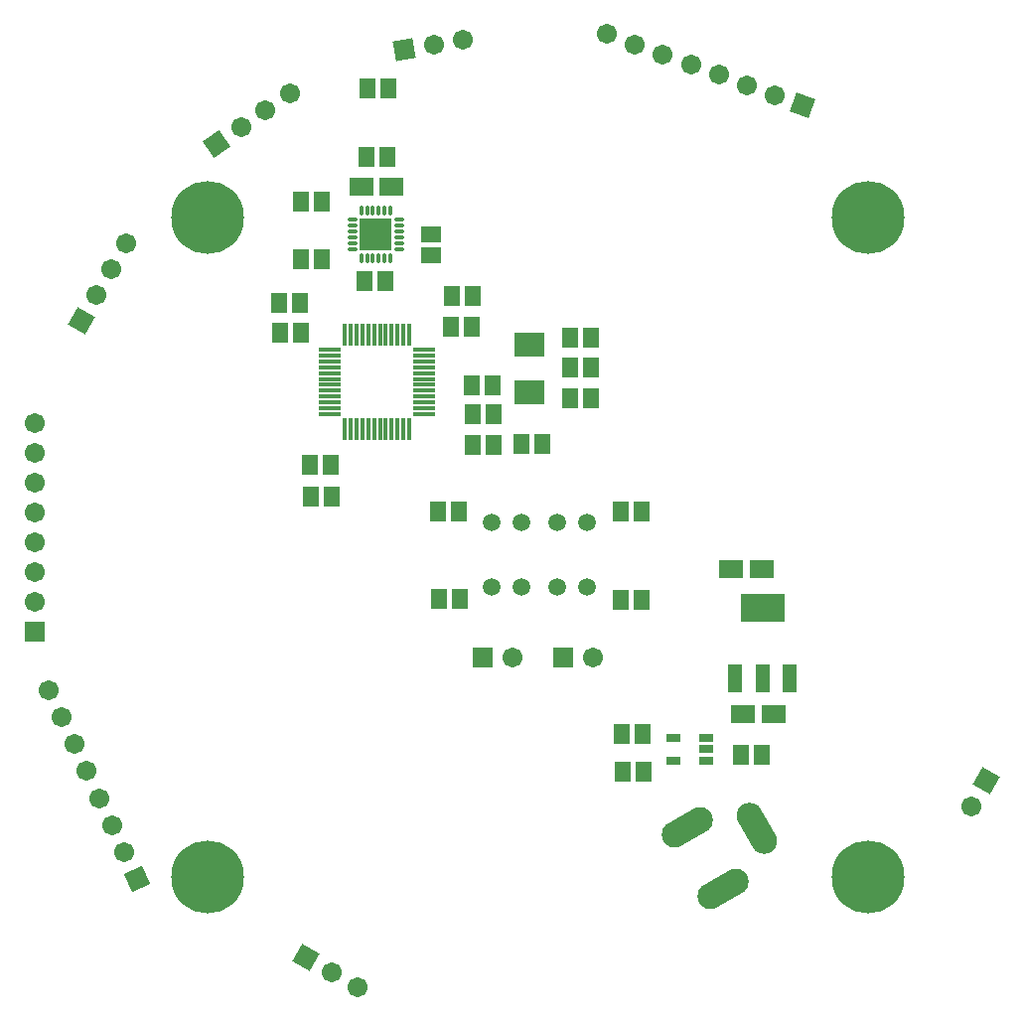
<source format=gbs>
G04 Layer_Color=16711935*
%FSLAX25Y25*%
%MOIN*%
G70*
G01*
G75*
%ADD47R,0.05367X0.06587*%
%ADD48C,0.24422*%
%ADD49C,0.05918*%
%ADD50C,0.06706*%
%ADD51R,0.06706X0.06706*%
G04:AMPARAMS|DCode=52|XSize=185.17mil|YSize=86.74mil|CornerRadius=0mil|HoleSize=0mil|Usage=FLASHONLY|Rotation=300.000|XOffset=0mil|YOffset=0mil|HoleType=Round|Shape=Round|*
%AMOVALD52*
21,1,0.09843,0.08674,0.00000,0.00000,300.0*
1,1,0.08674,-0.02461,0.04262*
1,1,0.08674,0.02461,-0.04262*
%
%ADD52OVALD52*%

G04:AMPARAMS|DCode=53|XSize=185.17mil|YSize=86.74mil|CornerRadius=0mil|HoleSize=0mil|Usage=FLASHONLY|Rotation=210.000|XOffset=0mil|YOffset=0mil|HoleType=Round|Shape=Round|*
%AMOVALD53*
21,1,0.09843,0.08674,0.00000,0.00000,210.0*
1,1,0.08674,0.04262,0.02461*
1,1,0.08674,-0.04262,-0.02461*
%
%ADD53OVALD53*%

%ADD54P,0.09483X4X285.0*%
%ADD55P,0.09483X4X195.0*%
%ADD56P,0.09483X4X160.0*%
%ADD57R,0.06706X0.06706*%
%ADD58P,0.09483X4X80.0*%
%ADD59P,0.09483X4X55.0*%
%ADD60P,0.09483X4X205.0*%
%ADD61R,0.07887X0.06115*%
%ADD62R,0.10249X0.08280*%
%ADD63R,0.05131X0.03162*%
%ADD64R,0.14579X0.09461*%
%ADD65R,0.04737X0.09461*%
%ADD66O,0.07487X0.01502*%
%ADD67O,0.01502X0.07487*%
%ADD68R,0.06587X0.05367*%
%ADD69O,0.01502X0.03156*%
%ADD70O,0.03156X0.01502*%
%ADD71R,0.10951X0.10951*%
D47*
X31196Y207400D02*
D03*
X38204D02*
D03*
X84504Y93400D02*
D03*
X77496D02*
D03*
X185804Y41000D02*
D03*
X178796D02*
D03*
X145904Y48100D02*
D03*
X138896D02*
D03*
X139096Y35400D02*
D03*
X146104D02*
D03*
X138596Y93300D02*
D03*
X145604D02*
D03*
X138496Y122900D02*
D03*
X145504D02*
D03*
X84204D02*
D03*
X77196D02*
D03*
X41504Y127900D02*
D03*
X34496D02*
D03*
X41404Y138400D02*
D03*
X34396D02*
D03*
X31104Y182900D02*
D03*
X24096D02*
D03*
X30904Y192700D02*
D03*
X23896D02*
D03*
X112204Y145400D02*
D03*
X105196D02*
D03*
X121596Y181000D02*
D03*
X128604D02*
D03*
X121496Y160900D02*
D03*
X128504D02*
D03*
Y171100D02*
D03*
X121496D02*
D03*
X95504Y165000D02*
D03*
X88496D02*
D03*
X88996Y155400D02*
D03*
X96004D02*
D03*
X88896Y145300D02*
D03*
X95904D02*
D03*
X38304Y226800D02*
D03*
X31296D02*
D03*
X81796Y195300D02*
D03*
X88804D02*
D03*
X88704Y184800D02*
D03*
X81696D02*
D03*
X59504Y200200D02*
D03*
X52496D02*
D03*
X60104Y241900D02*
D03*
X53096D02*
D03*
X60704Y264800D02*
D03*
X53696D02*
D03*
D48*
X221500Y221600D02*
D03*
X-100D02*
D03*
X0Y0D02*
D03*
X221500D02*
D03*
D49*
X105100Y119300D02*
D03*
X95100D02*
D03*
X117200Y97600D02*
D03*
X127200D02*
D03*
X105100D02*
D03*
X95100D02*
D03*
X117300Y119300D02*
D03*
X127300D02*
D03*
D50*
X102400Y73700D02*
D03*
X129400D02*
D03*
X256200Y23840D02*
D03*
X41600Y-32000D02*
D03*
X50260Y-37000D02*
D03*
X-53283Y62841D02*
D03*
X-49057Y53778D02*
D03*
X-44831Y44715D02*
D03*
X-40605Y35652D02*
D03*
X-36379Y26589D02*
D03*
X-32152Y17526D02*
D03*
X-27926Y8463D02*
D03*
X-58200Y152500D02*
D03*
Y142500D02*
D03*
Y132500D02*
D03*
Y122500D02*
D03*
Y112500D02*
D03*
Y102500D02*
D03*
Y92500D02*
D03*
X-27500Y212781D02*
D03*
X-32500Y204120D02*
D03*
X-37500Y195460D02*
D03*
X27575Y263207D02*
D03*
X19383Y257471D02*
D03*
X11191Y251736D02*
D03*
X75848Y279436D02*
D03*
X85696Y281173D02*
D03*
X133922Y283041D02*
D03*
X143318Y279621D02*
D03*
X152715Y276201D02*
D03*
X162112Y272781D02*
D03*
X171509Y269361D02*
D03*
X180906Y265940D02*
D03*
X190303Y262520D02*
D03*
D51*
X92400Y73700D02*
D03*
X119400D02*
D03*
D52*
X184121Y16544D02*
D03*
D53*
X172800Y-3849D02*
D03*
X160800Y16936D02*
D03*
D54*
X261200Y32500D02*
D03*
X-42500Y186800D02*
D03*
D55*
X32940Y-27000D02*
D03*
D56*
X-23700Y-600D02*
D03*
D57*
X-58200Y82500D02*
D03*
D58*
X3000Y246000D02*
D03*
D59*
X66000Y277700D02*
D03*
D60*
X199700Y259100D02*
D03*
D61*
X179443Y54700D02*
D03*
X189758D02*
D03*
X185958Y103600D02*
D03*
X175643D02*
D03*
X51442Y231900D02*
D03*
X61757D02*
D03*
D62*
X107800Y162729D02*
D03*
Y178871D02*
D03*
D63*
X156188Y46740D02*
D03*
Y39260D02*
D03*
X167212D02*
D03*
Y43000D02*
D03*
Y46740D02*
D03*
D64*
X186100Y90411D02*
D03*
D65*
X177045Y66789D02*
D03*
X186100D02*
D03*
X195155D02*
D03*
D66*
X72745Y177127D02*
D03*
Y175158D02*
D03*
Y173190D02*
D03*
Y171221D02*
D03*
Y169253D02*
D03*
Y167284D02*
D03*
Y165316D02*
D03*
Y163347D02*
D03*
Y161379D02*
D03*
Y159410D02*
D03*
Y157442D02*
D03*
Y155473D02*
D03*
X40855D02*
D03*
Y157442D02*
D03*
Y159410D02*
D03*
Y161379D02*
D03*
Y163347D02*
D03*
Y165316D02*
D03*
Y167284D02*
D03*
Y169253D02*
D03*
Y171221D02*
D03*
Y173190D02*
D03*
Y175158D02*
D03*
Y177127D02*
D03*
D67*
X67627Y150355D02*
D03*
X65658D02*
D03*
X63690D02*
D03*
X61721D02*
D03*
X59753D02*
D03*
X57784D02*
D03*
X55816D02*
D03*
X53847D02*
D03*
X51879D02*
D03*
X49910D02*
D03*
X47942D02*
D03*
X45973D02*
D03*
Y182245D02*
D03*
X47942D02*
D03*
X49910D02*
D03*
X51879D02*
D03*
X53847D02*
D03*
X55816D02*
D03*
X57784D02*
D03*
X59753D02*
D03*
X61721D02*
D03*
X63690D02*
D03*
X65658D02*
D03*
X67627D02*
D03*
D68*
X74800Y215904D02*
D03*
Y208896D02*
D03*
D69*
X61321Y207926D02*
D03*
X59353D02*
D03*
X57384D02*
D03*
X55416D02*
D03*
X53447D02*
D03*
X51479D02*
D03*
Y223674D02*
D03*
X53447D02*
D03*
X55416D02*
D03*
X57384D02*
D03*
X59353D02*
D03*
X61321D02*
D03*
D70*
X48526Y210879D02*
D03*
Y212847D02*
D03*
Y214816D02*
D03*
Y216784D02*
D03*
Y218753D02*
D03*
Y220721D02*
D03*
X64274D02*
D03*
Y218753D02*
D03*
Y216784D02*
D03*
Y214816D02*
D03*
Y212847D02*
D03*
Y210879D02*
D03*
D71*
X56400Y215800D02*
D03*
M02*

</source>
